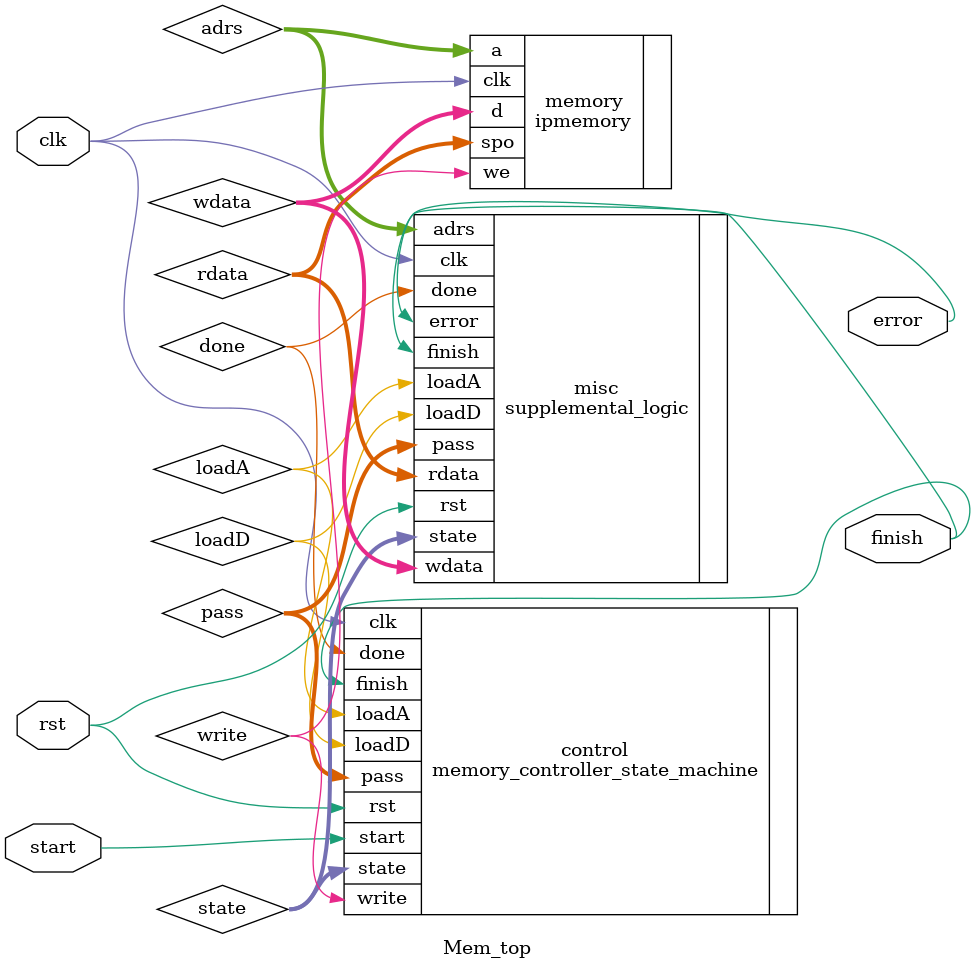
<source format=v>
`timescale 1ns / 1ps

module Mem_top(
    input clk,
    input rst,
    input start,
    output finish,
    output error
    );

wire [15:0] rdata, wdata;
wire [14:0] adrs;
wire write, done, loadA, loadD;
wire [1:0] pass;
wire [2:0] state;

memory_controller_state_machine control
(
    .clk(clk), .rst(rst), .start(start), .done(done),
    .finish(finish), .write(write), .loadA(loadA), .loadD(loadD),
    .pass(pass), .state(state)
);

ipmemory memory(.a(adrs), .d(wdata), .we(write), .clk(clk), .spo(rdata));

supplemental_logic misc
(
    .clk(clk), .rst(rst), .pass(pass), .loadA(loadA),
    .loadD(loadD), .wdata(wdata), .state(state), .adrs(adrs),
    .rdata(rdata), .finish(finish), .error(error), .done(done)
);

endmodule

</source>
